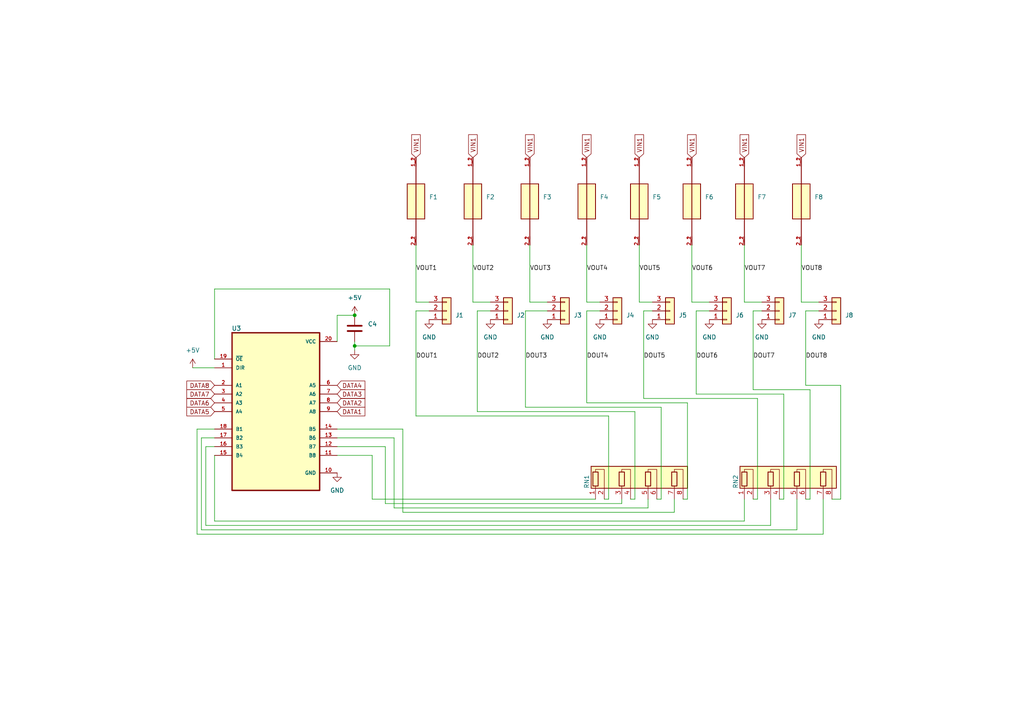
<source format=kicad_sch>
(kicad_sch (version 20211123) (generator eeschema)

  (uuid 39e1ab2a-e7de-4674-860a-f1e921ad258c)

  (paper "A4")

  (lib_symbols
    (symbol "3544-2:3544-2" (pin_names (offset 1.016) hide) (in_bom yes) (on_board yes)
      (property "Reference" "F" (id 0) (at -5.08 3.302 0)
        (effects (font (size 1.27 1.27)) (justify left bottom))
      )
      (property "Value" "3544-2" (id 1) (at -5.08 -5.08 0)
        (effects (font (size 1.27 1.27)) (justify left bottom))
      )
      (property "Footprint" "FUSE_3544-2" (id 2) (at 0 0 0)
        (effects (font (size 1.27 1.27)) (justify left bottom) hide)
      )
      (property "Datasheet" "" (id 3) (at 0 0 0)
        (effects (font (size 1.27 1.27)) (justify left bottom) hide)
      )
      (property "STANDARD" "Manufacturer Recommendation" (id 4) (at 0 0 0)
        (effects (font (size 1.27 1.27)) (justify left bottom) hide)
      )
      (property "MANUFACTURER" "Keystone" (id 5) (at 0 0 0)
        (effects (font (size 1.27 1.27)) (justify left bottom) hide)
      )
      (property "ki_locked" "" (id 6) (at 0 0 0)
        (effects (font (size 1.27 1.27)))
      )
      (symbol "3544-2_0_0"
        (rectangle (start -5.08 -2.54) (end 5.08 2.54)
          (stroke (width 0.254) (type default) (color 0 0 0 0))
          (fill (type background))
        )
        (polyline
          (pts
            (xy -12.7 0)
            (xy 12.7 0)
          )
          (stroke (width 0.254) (type default) (color 0 0 0 0))
          (fill (type none))
        )
        (pin passive line (at -12.7 0 0) (length 2.54)
          (name "~" (effects (font (size 1.016 1.016))))
          (number "1_1" (effects (font (size 1.016 1.016))))
        )
        (pin passive line (at -12.7 0 0) (length 2.54)
          (name "~" (effects (font (size 1.016 1.016))))
          (number "1_2" (effects (font (size 1.016 1.016))))
        )
        (pin passive line (at 12.7 0 180) (length 2.54)
          (name "~" (effects (font (size 1.016 1.016))))
          (number "2_1" (effects (font (size 1.016 1.016))))
        )
        (pin passive line (at 12.7 0 180) (length 2.54)
          (name "~" (effects (font (size 1.016 1.016))))
          (number "2_2" (effects (font (size 1.016 1.016))))
        )
      )
    )
    (symbol "Connector_Generic:Conn_01x03" (pin_names (offset 1.016) hide) (in_bom yes) (on_board yes)
      (property "Reference" "J" (id 0) (at 0 5.08 0)
        (effects (font (size 1.27 1.27)))
      )
      (property "Value" "Conn_01x03" (id 1) (at 0 -5.08 0)
        (effects (font (size 1.27 1.27)))
      )
      (property "Footprint" "" (id 2) (at 0 0 0)
        (effects (font (size 1.27 1.27)) hide)
      )
      (property "Datasheet" "~" (id 3) (at 0 0 0)
        (effects (font (size 1.27 1.27)) hide)
      )
      (property "ki_keywords" "connector" (id 4) (at 0 0 0)
        (effects (font (size 1.27 1.27)) hide)
      )
      (property "ki_description" "Generic connector, single row, 01x03, script generated (kicad-library-utils/schlib/autogen/connector/)" (id 5) (at 0 0 0)
        (effects (font (size 1.27 1.27)) hide)
      )
      (property "ki_fp_filters" "Connector*:*_1x??_*" (id 6) (at 0 0 0)
        (effects (font (size 1.27 1.27)) hide)
      )
      (symbol "Conn_01x03_1_1"
        (rectangle (start -1.27 -2.413) (end 0 -2.667)
          (stroke (width 0.1524) (type default) (color 0 0 0 0))
          (fill (type none))
        )
        (rectangle (start -1.27 0.127) (end 0 -0.127)
          (stroke (width 0.1524) (type default) (color 0 0 0 0))
          (fill (type none))
        )
        (rectangle (start -1.27 2.667) (end 0 2.413)
          (stroke (width 0.1524) (type default) (color 0 0 0 0))
          (fill (type none))
        )
        (rectangle (start -1.27 3.81) (end 1.27 -3.81)
          (stroke (width 0.254) (type default) (color 0 0 0 0))
          (fill (type background))
        )
        (pin passive line (at -5.08 2.54 0) (length 3.81)
          (name "Pin_1" (effects (font (size 1.27 1.27))))
          (number "1" (effects (font (size 1.27 1.27))))
        )
        (pin passive line (at -5.08 0 0) (length 3.81)
          (name "Pin_2" (effects (font (size 1.27 1.27))))
          (number "2" (effects (font (size 1.27 1.27))))
        )
        (pin passive line (at -5.08 -2.54 0) (length 3.81)
          (name "Pin_3" (effects (font (size 1.27 1.27))))
          (number "3" (effects (font (size 1.27 1.27))))
        )
      )
    )
    (symbol "Device:C" (pin_numbers hide) (pin_names (offset 0.254)) (in_bom yes) (on_board yes)
      (property "Reference" "C" (id 0) (at 0.635 2.54 0)
        (effects (font (size 1.27 1.27)) (justify left))
      )
      (property "Value" "C" (id 1) (at 0.635 -2.54 0)
        (effects (font (size 1.27 1.27)) (justify left))
      )
      (property "Footprint" "" (id 2) (at 0.9652 -3.81 0)
        (effects (font (size 1.27 1.27)) hide)
      )
      (property "Datasheet" "~" (id 3) (at 0 0 0)
        (effects (font (size 1.27 1.27)) hide)
      )
      (property "ki_keywords" "cap capacitor" (id 4) (at 0 0 0)
        (effects (font (size 1.27 1.27)) hide)
      )
      (property "ki_description" "Unpolarized capacitor" (id 5) (at 0 0 0)
        (effects (font (size 1.27 1.27)) hide)
      )
      (property "ki_fp_filters" "C_*" (id 6) (at 0 0 0)
        (effects (font (size 1.27 1.27)) hide)
      )
      (symbol "C_0_1"
        (polyline
          (pts
            (xy -2.032 -0.762)
            (xy 2.032 -0.762)
          )
          (stroke (width 0.508) (type default) (color 0 0 0 0))
          (fill (type none))
        )
        (polyline
          (pts
            (xy -2.032 0.762)
            (xy 2.032 0.762)
          )
          (stroke (width 0.508) (type default) (color 0 0 0 0))
          (fill (type none))
        )
      )
      (symbol "C_1_1"
        (pin passive line (at 0 3.81 270) (length 2.794)
          (name "~" (effects (font (size 1.27 1.27))))
          (number "1" (effects (font (size 1.27 1.27))))
        )
        (pin passive line (at 0 -3.81 90) (length 2.794)
          (name "~" (effects (font (size 1.27 1.27))))
          (number "2" (effects (font (size 1.27 1.27))))
        )
      )
    )
    (symbol "Device:R_Pack04_SIP" (pin_names (offset 0) hide) (in_bom yes) (on_board yes)
      (property "Reference" "RN" (id 0) (at -15.24 0 90)
        (effects (font (size 1.27 1.27)))
      )
      (property "Value" "R_Pack04_SIP" (id 1) (at 15.24 0 90)
        (effects (font (size 1.27 1.27)))
      )
      (property "Footprint" "Resistor_THT:R_Array_SIP8" (id 2) (at 17.145 0 90)
        (effects (font (size 1.27 1.27)) hide)
      )
      (property "Datasheet" "http://www.vishay.com/docs/31509/csc.pdf" (id 3) (at 0 0 0)
        (effects (font (size 1.27 1.27)) hide)
      )
      (property "ki_keywords" "R network parallel topology isolated" (id 4) (at 0 0 0)
        (effects (font (size 1.27 1.27)) hide)
      )
      (property "ki_description" "4 resistor network, parallel topology, SIP package" (id 5) (at 0 0 0)
        (effects (font (size 1.27 1.27)) hide)
      )
      (property "ki_fp_filters" "R?Array?SIP*" (id 6) (at 0 0 0)
        (effects (font (size 1.27 1.27)) hide)
      )
      (symbol "R_Pack04_SIP_0_1"
        (rectangle (start -13.97 -1.905) (end 13.97 4.445)
          (stroke (width 0.254) (type default) (color 0 0 0 0))
          (fill (type background))
        )
        (rectangle (start -13.462 2.794) (end -11.938 -1.27)
          (stroke (width 0.254) (type default) (color 0 0 0 0))
          (fill (type none))
        )
        (rectangle (start -5.842 2.794) (end -4.318 -1.27)
          (stroke (width 0.254) (type default) (color 0 0 0 0))
          (fill (type none))
        )
        (polyline
          (pts
            (xy -12.7 2.794)
            (xy -12.7 3.556)
            (xy -10.16 3.556)
            (xy -10.16 -1.27)
          )
          (stroke (width 0) (type default) (color 0 0 0 0))
          (fill (type none))
        )
        (polyline
          (pts
            (xy -5.08 2.794)
            (xy -5.08 3.556)
            (xy -2.54 3.556)
            (xy -2.54 -1.27)
          )
          (stroke (width 0) (type default) (color 0 0 0 0))
          (fill (type none))
        )
        (polyline
          (pts
            (xy 2.54 2.794)
            (xy 2.54 3.556)
            (xy 5.08 3.556)
            (xy 5.08 -1.27)
          )
          (stroke (width 0) (type default) (color 0 0 0 0))
          (fill (type none))
        )
        (polyline
          (pts
            (xy 10.16 2.794)
            (xy 10.16 3.556)
            (xy 12.7 3.556)
            (xy 12.7 -1.27)
          )
          (stroke (width 0) (type default) (color 0 0 0 0))
          (fill (type none))
        )
        (rectangle (start 1.778 2.794) (end 3.302 -1.27)
          (stroke (width 0.254) (type default) (color 0 0 0 0))
          (fill (type none))
        )
        (rectangle (start 9.398 2.794) (end 10.922 -1.27)
          (stroke (width 0.254) (type default) (color 0 0 0 0))
          (fill (type none))
        )
      )
      (symbol "R_Pack04_SIP_1_1"
        (pin passive line (at -12.7 -5.08 90) (length 3.81)
          (name "R1.1" (effects (font (size 1.27 1.27))))
          (number "1" (effects (font (size 1.27 1.27))))
        )
        (pin passive line (at -10.16 -5.08 90) (length 3.81)
          (name "R1.2" (effects (font (size 1.27 1.27))))
          (number "2" (effects (font (size 1.27 1.27))))
        )
        (pin passive line (at -5.08 -5.08 90) (length 3.81)
          (name "R2.1" (effects (font (size 1.27 1.27))))
          (number "3" (effects (font (size 1.27 1.27))))
        )
        (pin passive line (at -2.54 -5.08 90) (length 3.81)
          (name "R2.2" (effects (font (size 1.27 1.27))))
          (number "4" (effects (font (size 1.27 1.27))))
        )
        (pin passive line (at 2.54 -5.08 90) (length 3.81)
          (name "R3.1" (effects (font (size 1.27 1.27))))
          (number "5" (effects (font (size 1.27 1.27))))
        )
        (pin passive line (at 5.08 -5.08 90) (length 3.81)
          (name "R3.2" (effects (font (size 1.27 1.27))))
          (number "6" (effects (font (size 1.27 1.27))))
        )
        (pin passive line (at 10.16 -5.08 90) (length 3.81)
          (name "R4.1" (effects (font (size 1.27 1.27))))
          (number "7" (effects (font (size 1.27 1.27))))
        )
        (pin passive line (at 12.7 -5.08 90) (length 3.81)
          (name "R4.2" (effects (font (size 1.27 1.27))))
          (number "8" (effects (font (size 1.27 1.27))))
        )
      )
    )
    (symbol "SN74HCT245PW:SN74HCT245PW" (pin_names (offset 1.016)) (in_bom yes) (on_board yes)
      (property "Reference" "U" (id 0) (at -12.7 23.8506 0)
        (effects (font (size 1.27 1.27)) (justify left bottom))
      )
      (property "Value" "SN74HCT245PW" (id 1) (at -12.7 -26.8478 0)
        (effects (font (size 1.27 1.27)) (justify left bottom))
      )
      (property "Footprint" "SOP65P640X120-20N" (id 2) (at 0 0 0)
        (effects (font (size 1.27 1.27)) (justify left bottom) hide)
      )
      (property "Datasheet" "" (id 3) (at 0 0 0)
        (effects (font (size 1.27 1.27)) (justify left bottom) hide)
      )
      (property "ki_locked" "" (id 4) (at 0 0 0)
        (effects (font (size 1.27 1.27)))
      )
      (symbol "SN74HCT245PW_0_0"
        (rectangle (start -12.7 -22.86) (end 12.7 22.86)
          (stroke (width 0.4064) (type default) (color 0 0 0 0))
          (fill (type background))
        )
        (pin input line (at -17.78 12.7 0) (length 5.08)
          (name "DIR" (effects (font (size 1.016 1.016))))
          (number "1" (effects (font (size 1.016 1.016))))
        )
        (pin power_in line (at 17.78 -17.78 180) (length 5.08)
          (name "GND" (effects (font (size 1.016 1.016))))
          (number "10" (effects (font (size 1.016 1.016))))
        )
        (pin bidirectional line (at 17.78 -12.7 180) (length 5.08)
          (name "B8" (effects (font (size 1.016 1.016))))
          (number "11" (effects (font (size 1.016 1.016))))
        )
        (pin bidirectional line (at 17.78 -10.16 180) (length 5.08)
          (name "B7" (effects (font (size 1.016 1.016))))
          (number "12" (effects (font (size 1.016 1.016))))
        )
        (pin bidirectional line (at 17.78 -7.62 180) (length 5.08)
          (name "B6" (effects (font (size 1.016 1.016))))
          (number "13" (effects (font (size 1.016 1.016))))
        )
        (pin bidirectional line (at 17.78 -5.08 180) (length 5.08)
          (name "B5" (effects (font (size 1.016 1.016))))
          (number "14" (effects (font (size 1.016 1.016))))
        )
        (pin bidirectional line (at -17.78 -12.7 0) (length 5.08)
          (name "B4" (effects (font (size 1.016 1.016))))
          (number "15" (effects (font (size 1.016 1.016))))
        )
        (pin bidirectional line (at -17.78 -10.16 0) (length 5.08)
          (name "B3" (effects (font (size 1.016 1.016))))
          (number "16" (effects (font (size 1.016 1.016))))
        )
        (pin bidirectional line (at -17.78 -7.62 0) (length 5.08)
          (name "B2" (effects (font (size 1.016 1.016))))
          (number "17" (effects (font (size 1.016 1.016))))
        )
        (pin bidirectional line (at -17.78 -5.08 0) (length 5.08)
          (name "B1" (effects (font (size 1.016 1.016))))
          (number "18" (effects (font (size 1.016 1.016))))
        )
        (pin input line (at -17.78 15.24 0) (length 5.08)
          (name "~{OE}" (effects (font (size 1.016 1.016))))
          (number "19" (effects (font (size 1.016 1.016))))
        )
        (pin bidirectional line (at -17.78 7.62 0) (length 5.08)
          (name "A1" (effects (font (size 1.016 1.016))))
          (number "2" (effects (font (size 1.016 1.016))))
        )
        (pin power_in line (at 17.78 20.32 180) (length 5.08)
          (name "VCC" (effects (font (size 1.016 1.016))))
          (number "20" (effects (font (size 1.016 1.016))))
        )
        (pin bidirectional line (at -17.78 5.08 0) (length 5.08)
          (name "A2" (effects (font (size 1.016 1.016))))
          (number "3" (effects (font (size 1.016 1.016))))
        )
        (pin bidirectional line (at -17.78 2.54 0) (length 5.08)
          (name "A3" (effects (font (size 1.016 1.016))))
          (number "4" (effects (font (size 1.016 1.016))))
        )
        (pin bidirectional line (at -17.78 0 0) (length 5.08)
          (name "A4" (effects (font (size 1.016 1.016))))
          (number "5" (effects (font (size 1.016 1.016))))
        )
        (pin bidirectional line (at 17.78 7.62 180) (length 5.08)
          (name "A5" (effects (font (size 1.016 1.016))))
          (number "6" (effects (font (size 1.016 1.016))))
        )
        (pin bidirectional line (at 17.78 5.08 180) (length 5.08)
          (name "A6" (effects (font (size 1.016 1.016))))
          (number "7" (effects (font (size 1.016 1.016))))
        )
        (pin bidirectional line (at 17.78 2.54 180) (length 5.08)
          (name "A7" (effects (font (size 1.016 1.016))))
          (number "8" (effects (font (size 1.016 1.016))))
        )
        (pin bidirectional line (at 17.78 0 180) (length 5.08)
          (name "A8" (effects (font (size 1.016 1.016))))
          (number "9" (effects (font (size 1.016 1.016))))
        )
      )
    )
    (symbol "power:+5V" (power) (pin_names (offset 0)) (in_bom yes) (on_board yes)
      (property "Reference" "#PWR" (id 0) (at 0 -3.81 0)
        (effects (font (size 1.27 1.27)) hide)
      )
      (property "Value" "+5V" (id 1) (at 0 3.556 0)
        (effects (font (size 1.27 1.27)))
      )
      (property "Footprint" "" (id 2) (at 0 0 0)
        (effects (font (size 1.27 1.27)) hide)
      )
      (property "Datasheet" "" (id 3) (at 0 0 0)
        (effects (font (size 1.27 1.27)) hide)
      )
      (property "ki_keywords" "power-flag" (id 4) (at 0 0 0)
        (effects (font (size 1.27 1.27)) hide)
      )
      (property "ki_description" "Power symbol creates a global label with name \"+5V\"" (id 5) (at 0 0 0)
        (effects (font (size 1.27 1.27)) hide)
      )
      (symbol "+5V_0_1"
        (polyline
          (pts
            (xy -0.762 1.27)
            (xy 0 2.54)
          )
          (stroke (width 0) (type default) (color 0 0 0 0))
          (fill (type none))
        )
        (polyline
          (pts
            (xy 0 0)
            (xy 0 2.54)
          )
          (stroke (width 0) (type default) (color 0 0 0 0))
          (fill (type none))
        )
        (polyline
          (pts
            (xy 0 2.54)
            (xy 0.762 1.27)
          )
          (stroke (width 0) (type default) (color 0 0 0 0))
          (fill (type none))
        )
      )
      (symbol "+5V_1_1"
        (pin power_in line (at 0 0 90) (length 0) hide
          (name "+5V" (effects (font (size 1.27 1.27))))
          (number "1" (effects (font (size 1.27 1.27))))
        )
      )
    )
    (symbol "power:GND" (power) (pin_names (offset 0)) (in_bom yes) (on_board yes)
      (property "Reference" "#PWR" (id 0) (at 0 -6.35 0)
        (effects (font (size 1.27 1.27)) hide)
      )
      (property "Value" "GND" (id 1) (at 0 -3.81 0)
        (effects (font (size 1.27 1.27)))
      )
      (property "Footprint" "" (id 2) (at 0 0 0)
        (effects (font (size 1.27 1.27)) hide)
      )
      (property "Datasheet" "" (id 3) (at 0 0 0)
        (effects (font (size 1.27 1.27)) hide)
      )
      (property "ki_keywords" "power-flag" (id 4) (at 0 0 0)
        (effects (font (size 1.27 1.27)) hide)
      )
      (property "ki_description" "Power symbol creates a global label with name \"GND\" , ground" (id 5) (at 0 0 0)
        (effects (font (size 1.27 1.27)) hide)
      )
      (symbol "GND_0_1"
        (polyline
          (pts
            (xy 0 0)
            (xy 0 -1.27)
            (xy 1.27 -1.27)
            (xy 0 -2.54)
            (xy -1.27 -1.27)
            (xy 0 -1.27)
          )
          (stroke (width 0) (type default) (color 0 0 0 0))
          (fill (type none))
        )
      )
      (symbol "GND_1_1"
        (pin power_in line (at 0 0 270) (length 0) hide
          (name "GND" (effects (font (size 1.27 1.27))))
          (number "1" (effects (font (size 1.27 1.27))))
        )
      )
    )
  )

  (junction (at 102.87 91.44) (diameter 0) (color 0 0 0 0)
    (uuid 31d2e67d-716b-49c8-a935-c5157009eacc)
  )
  (junction (at 102.87 100.33) (diameter 0) (color 0 0 0 0)
    (uuid fbe4d9b6-e8a0-4548-8ae6-925477230de4)
  )

  (wire (pts (xy 173.99 87.63) (xy 170.18 87.63))
    (stroke (width 0) (type default) (color 0 0 0 0))
    (uuid 03408d19-1838-4cf8-8115-6d732227c9fe)
  )
  (wire (pts (xy 97.79 91.44) (xy 102.87 91.44))
    (stroke (width 0) (type default) (color 0 0 0 0))
    (uuid 0406531a-739e-47e4-9c51-9e1fa4d48783)
  )
  (wire (pts (xy 58.42 127) (xy 58.42 153.67))
    (stroke (width 0) (type default) (color 0 0 0 0))
    (uuid 04a5aac8-1112-4901-a179-bdd873a14cdf)
  )
  (wire (pts (xy 158.75 87.63) (xy 153.67 87.63))
    (stroke (width 0) (type default) (color 0 0 0 0))
    (uuid 04feb758-0a12-4653-9be3-f08860fed670)
  )
  (wire (pts (xy 227.33 114.3) (xy 227.33 144.78))
    (stroke (width 0) (type default) (color 0 0 0 0))
    (uuid 0a47f7a7-8cc8-4949-ac24-201f9cdd4a70)
  )
  (wire (pts (xy 201.93 114.3) (xy 227.33 114.3))
    (stroke (width 0) (type default) (color 0 0 0 0))
    (uuid 0ef0d206-5351-4692-a0bf-d68cf669c36f)
  )
  (wire (pts (xy 170.18 90.17) (xy 170.18 116.84))
    (stroke (width 0) (type default) (color 0 0 0 0))
    (uuid 11a1c46c-0b5b-4b2a-8c81-7041272ca509)
  )
  (wire (pts (xy 59.69 129.54) (xy 59.69 152.4))
    (stroke (width 0) (type default) (color 0 0 0 0))
    (uuid 12d0a8ff-a925-4b47-9331-f7a7f09e45bb)
  )
  (wire (pts (xy 102.87 100.33) (xy 102.87 99.06))
    (stroke (width 0) (type default) (color 0 0 0 0))
    (uuid 12e656fc-6421-4bd3-9982-66007c080421)
  )
  (wire (pts (xy 97.79 129.54) (xy 111.76 129.54))
    (stroke (width 0) (type default) (color 0 0 0 0))
    (uuid 13369876-4d9d-4d99-85a1-06718375ca94)
  )
  (wire (pts (xy 189.23 90.17) (xy 186.69 90.17))
    (stroke (width 0) (type default) (color 0 0 0 0))
    (uuid 1742c193-6bd8-44bb-960f-11f4b04fb4cf)
  )
  (wire (pts (xy 186.69 90.17) (xy 186.69 115.57))
    (stroke (width 0) (type default) (color 0 0 0 0))
    (uuid 1939ff44-ddcc-4e24-82f6-df2676c45d65)
  )
  (wire (pts (xy 55.88 106.68) (xy 62.23 106.68))
    (stroke (width 0) (type default) (color 0 0 0 0))
    (uuid 22866f59-f6b9-4f85-a533-39a6b874ac40)
  )
  (wire (pts (xy 138.43 90.17) (xy 138.43 119.38))
    (stroke (width 0) (type default) (color 0 0 0 0))
    (uuid 22d913fb-2987-4385-97e3-c2e39a61885b)
  )
  (wire (pts (xy 215.9 71.12) (xy 215.9 87.63))
    (stroke (width 0) (type default) (color 0 0 0 0))
    (uuid 25ebaac7-206f-464a-8d38-2a40c3b87847)
  )
  (wire (pts (xy 173.99 90.17) (xy 170.18 90.17))
    (stroke (width 0) (type default) (color 0 0 0 0))
    (uuid 3076eb1e-5b39-4823-942c-72df55623a82)
  )
  (wire (pts (xy 231.14 153.67) (xy 231.14 144.78))
    (stroke (width 0) (type default) (color 0 0 0 0))
    (uuid 30e8758a-b5de-48f8-8984-eb4b7e77dccd)
  )
  (wire (pts (xy 114.3 147.32) (xy 187.96 147.32))
    (stroke (width 0) (type default) (color 0 0 0 0))
    (uuid 319677a3-675d-4ae0-ae32-06288628c5e2)
  )
  (wire (pts (xy 97.79 99.06) (xy 97.79 91.44))
    (stroke (width 0) (type default) (color 0 0 0 0))
    (uuid 364601d5-26c0-4a5e-9d62-421114a6a3e7)
  )
  (wire (pts (xy 62.23 151.13) (xy 215.9 151.13))
    (stroke (width 0) (type default) (color 0 0 0 0))
    (uuid 39dcfd2a-4b4b-4312-a2cc-d63a4a8b3dbf)
  )
  (wire (pts (xy 191.77 144.78) (xy 190.5 144.78))
    (stroke (width 0) (type default) (color 0 0 0 0))
    (uuid 3ac9ffc1-d410-42a4-ad06-41a71df69089)
  )
  (wire (pts (xy 189.23 87.63) (xy 185.42 87.63))
    (stroke (width 0) (type default) (color 0 0 0 0))
    (uuid 3c492086-0c72-41b6-b5a2-af3c0fa8f4ea)
  )
  (wire (pts (xy 62.23 132.08) (xy 62.23 151.13))
    (stroke (width 0) (type default) (color 0 0 0 0))
    (uuid 41517b04-0809-499d-8e4c-2be01764633f)
  )
  (wire (pts (xy 120.65 120.65) (xy 176.53 120.65))
    (stroke (width 0) (type default) (color 0 0 0 0))
    (uuid 425f99c4-37bd-4d25-9e4f-5f48bafbcd03)
  )
  (wire (pts (xy 59.69 152.4) (xy 223.52 152.4))
    (stroke (width 0) (type default) (color 0 0 0 0))
    (uuid 43311f7a-7383-483c-ae67-ef2de4452a07)
  )
  (wire (pts (xy 142.24 90.17) (xy 138.43 90.17))
    (stroke (width 0) (type default) (color 0 0 0 0))
    (uuid 4950be50-517f-4f43-9220-4967667f3966)
  )
  (wire (pts (xy 233.68 111.76) (xy 243.84 111.76))
    (stroke (width 0) (type default) (color 0 0 0 0))
    (uuid 4a63397d-82e7-4152-a7a2-bd31ae85e5b0)
  )
  (wire (pts (xy 137.16 71.12) (xy 137.16 87.63))
    (stroke (width 0) (type default) (color 0 0 0 0))
    (uuid 4cd51a4d-63a5-4018-8b24-4dd3ddddd818)
  )
  (wire (pts (xy 120.65 71.12) (xy 120.65 87.63))
    (stroke (width 0) (type default) (color 0 0 0 0))
    (uuid 581202f9-0d0f-4419-bd7d-2f06184580ef)
  )
  (wire (pts (xy 152.4 118.11) (xy 191.77 118.11))
    (stroke (width 0) (type default) (color 0 0 0 0))
    (uuid 5820526d-d547-44bf-a608-d73f65f00dba)
  )
  (wire (pts (xy 243.84 144.78) (xy 241.3 144.78))
    (stroke (width 0) (type default) (color 0 0 0 0))
    (uuid 58d14006-8db5-4f24-90e8-25d17d86f729)
  )
  (wire (pts (xy 184.15 119.38) (xy 184.15 144.78))
    (stroke (width 0) (type default) (color 0 0 0 0))
    (uuid 5a9caa5a-65af-4f2d-9c1d-d37ed43a818e)
  )
  (wire (pts (xy 205.74 90.17) (xy 201.93 90.17))
    (stroke (width 0) (type default) (color 0 0 0 0))
    (uuid 5c24f07a-2ebd-4bd3-87a0-316d3ffea58e)
  )
  (wire (pts (xy 97.79 127) (xy 114.3 127))
    (stroke (width 0) (type default) (color 0 0 0 0))
    (uuid 60362938-91c0-4285-8864-cfed6ffd0534)
  )
  (wire (pts (xy 120.65 90.17) (xy 120.65 120.65))
    (stroke (width 0) (type default) (color 0 0 0 0))
    (uuid 6065a193-b84a-46e5-a401-ab55e52e1254)
  )
  (wire (pts (xy 170.18 71.12) (xy 170.18 87.63))
    (stroke (width 0) (type default) (color 0 0 0 0))
    (uuid 680f8530-6486-45ea-bbe3-ca54c7cf6168)
  )
  (wire (pts (xy 142.24 87.63) (xy 137.16 87.63))
    (stroke (width 0) (type default) (color 0 0 0 0))
    (uuid 6d51e378-9916-40cd-805e-abf1423d1588)
  )
  (wire (pts (xy 152.4 90.17) (xy 158.75 90.17))
    (stroke (width 0) (type default) (color 0 0 0 0))
    (uuid 70172fb8-d037-4346-8c9e-8bd42a725c49)
  )
  (wire (pts (xy 186.69 115.57) (xy 219.71 115.57))
    (stroke (width 0) (type default) (color 0 0 0 0))
    (uuid 729b7855-75da-4066-aa35-a0f59d7b6d41)
  )
  (wire (pts (xy 199.39 116.84) (xy 199.39 144.78))
    (stroke (width 0) (type default) (color 0 0 0 0))
    (uuid 733bcfa9-848c-41d5-9d6c-9fcadbc0c153)
  )
  (wire (pts (xy 111.76 129.54) (xy 111.76 146.05))
    (stroke (width 0) (type default) (color 0 0 0 0))
    (uuid 74a45de6-b07b-4dda-af13-68608c70a8e8)
  )
  (wire (pts (xy 233.68 90.17) (xy 233.68 111.76))
    (stroke (width 0) (type default) (color 0 0 0 0))
    (uuid 7d1c2069-e5c0-4402-ac0d-8aa42209708a)
  )
  (wire (pts (xy 234.95 144.78) (xy 233.68 144.78))
    (stroke (width 0) (type default) (color 0 0 0 0))
    (uuid 7d3c9fae-1275-4bf2-aa05-48ea138c3f24)
  )
  (wire (pts (xy 153.67 71.12) (xy 153.67 87.63))
    (stroke (width 0) (type default) (color 0 0 0 0))
    (uuid 7e0f0018-e8a9-4668-879b-aa1cc858e50c)
  )
  (wire (pts (xy 201.93 90.17) (xy 201.93 114.3))
    (stroke (width 0) (type default) (color 0 0 0 0))
    (uuid 80eb298b-da15-4de6-b060-82720c587c68)
  )
  (wire (pts (xy 219.71 144.78) (xy 218.44 144.78))
    (stroke (width 0) (type default) (color 0 0 0 0))
    (uuid 83b9e010-60e7-4eef-9c5c-cd3de9a42a22)
  )
  (wire (pts (xy 218.44 90.17) (xy 218.44 113.03))
    (stroke (width 0) (type default) (color 0 0 0 0))
    (uuid 8489d402-ae0c-456c-a7e9-1e57ff4a7859)
  )
  (wire (pts (xy 180.34 146.05) (xy 180.34 144.78))
    (stroke (width 0) (type default) (color 0 0 0 0))
    (uuid 87a96cf7-674a-46c6-9291-e2e7321f3b85)
  )
  (wire (pts (xy 237.49 90.17) (xy 233.68 90.17))
    (stroke (width 0) (type default) (color 0 0 0 0))
    (uuid 87cca9b5-720d-4917-adb9-ea1fa8c1c887)
  )
  (wire (pts (xy 237.49 87.63) (xy 232.41 87.63))
    (stroke (width 0) (type default) (color 0 0 0 0))
    (uuid 8af18f43-9d3a-46ae-a39c-7f4ae3f441c5)
  )
  (wire (pts (xy 199.39 144.78) (xy 198.12 144.78))
    (stroke (width 0) (type default) (color 0 0 0 0))
    (uuid 8e5255ad-d33d-4575-ae65-07af122c64ea)
  )
  (wire (pts (xy 107.95 144.78) (xy 107.95 132.08))
    (stroke (width 0) (type default) (color 0 0 0 0))
    (uuid 8ecd6582-ecd0-4473-9187-ed7357e83aa8)
  )
  (wire (pts (xy 200.66 71.12) (xy 200.66 87.63))
    (stroke (width 0) (type default) (color 0 0 0 0))
    (uuid 918bb271-a952-45a1-81dc-946812fe1d03)
  )
  (wire (pts (xy 176.53 120.65) (xy 176.53 144.78))
    (stroke (width 0) (type default) (color 0 0 0 0))
    (uuid 946b30bd-286f-43f6-b012-11fa6e800880)
  )
  (wire (pts (xy 116.84 148.59) (xy 195.58 148.59))
    (stroke (width 0) (type default) (color 0 0 0 0))
    (uuid 95982f93-4674-4f12-b085-93726c8111d9)
  )
  (wire (pts (xy 62.23 124.46) (xy 57.15 124.46))
    (stroke (width 0) (type default) (color 0 0 0 0))
    (uuid 994cfe61-c592-4eac-a6d0-44ea006ef8c9)
  )
  (wire (pts (xy 113.03 100.33) (xy 102.87 100.33))
    (stroke (width 0) (type default) (color 0 0 0 0))
    (uuid 9d97316b-24ea-4972-bf64-65d266174358)
  )
  (wire (pts (xy 176.53 144.78) (xy 175.26 144.78))
    (stroke (width 0) (type default) (color 0 0 0 0))
    (uuid 9fec3716-e99b-4301-8c99-3608bcc9826a)
  )
  (wire (pts (xy 223.52 152.4) (xy 223.52 144.78))
    (stroke (width 0) (type default) (color 0 0 0 0))
    (uuid a066306f-902f-44f9-abe0-a8dd1ad8facb)
  )
  (wire (pts (xy 124.46 90.17) (xy 120.65 90.17))
    (stroke (width 0) (type default) (color 0 0 0 0))
    (uuid a1f3df53-5e0d-4aea-bda9-0a0e104f176c)
  )
  (wire (pts (xy 187.96 147.32) (xy 187.96 144.78))
    (stroke (width 0) (type default) (color 0 0 0 0))
    (uuid a3796c42-c904-4ce4-8c3e-68d1f10eb3e6)
  )
  (wire (pts (xy 205.74 87.63) (xy 200.66 87.63))
    (stroke (width 0) (type default) (color 0 0 0 0))
    (uuid a3de02e2-4c87-40e5-a1f8-c3a6a9a0f4cf)
  )
  (wire (pts (xy 62.23 129.54) (xy 59.69 129.54))
    (stroke (width 0) (type default) (color 0 0 0 0))
    (uuid aa2ac28d-003c-48fd-acd1-496425f21c44)
  )
  (wire (pts (xy 185.42 71.12) (xy 185.42 87.63))
    (stroke (width 0) (type default) (color 0 0 0 0))
    (uuid b08f4d5a-8392-4fef-8edd-d3e2aa7bc349)
  )
  (wire (pts (xy 152.4 90.17) (xy 152.4 118.11))
    (stroke (width 0) (type default) (color 0 0 0 0))
    (uuid b32e8639-fd91-468b-8f85-258905590399)
  )
  (wire (pts (xy 62.23 104.14) (xy 62.23 83.82))
    (stroke (width 0) (type default) (color 0 0 0 0))
    (uuid b3b924c6-31cb-4e7b-932a-0ac4b4924416)
  )
  (wire (pts (xy 238.76 154.94) (xy 238.76 144.78))
    (stroke (width 0) (type default) (color 0 0 0 0))
    (uuid b6beb4f3-ea81-43aa-b3fb-82a0b6af1aea)
  )
  (wire (pts (xy 57.15 124.46) (xy 57.15 154.94))
    (stroke (width 0) (type default) (color 0 0 0 0))
    (uuid b949797e-33ae-4efd-9137-65f1a99ce48d)
  )
  (wire (pts (xy 218.44 113.03) (xy 234.95 113.03))
    (stroke (width 0) (type default) (color 0 0 0 0))
    (uuid ba364ec4-9d72-4dbb-9866-1a33511db9ce)
  )
  (wire (pts (xy 195.58 148.59) (xy 195.58 144.78))
    (stroke (width 0) (type default) (color 0 0 0 0))
    (uuid bd4f0fa6-09bc-426b-a8cf-e81ccf722558)
  )
  (wire (pts (xy 111.76 146.05) (xy 180.34 146.05))
    (stroke (width 0) (type default) (color 0 0 0 0))
    (uuid c3aad298-2a60-4727-903e-c5051401874d)
  )
  (wire (pts (xy 120.65 87.63) (xy 124.46 87.63))
    (stroke (width 0) (type default) (color 0 0 0 0))
    (uuid c474fb8d-bf85-42c0-8811-9e9482587d9a)
  )
  (wire (pts (xy 243.84 111.76) (xy 243.84 144.78))
    (stroke (width 0) (type default) (color 0 0 0 0))
    (uuid c4bc1496-8e27-4b37-86bd-37d734c3b1f4)
  )
  (wire (pts (xy 220.98 87.63) (xy 215.9 87.63))
    (stroke (width 0) (type default) (color 0 0 0 0))
    (uuid c5b1e06b-7824-4324-b36b-6051908e0338)
  )
  (wire (pts (xy 97.79 132.08) (xy 107.95 132.08))
    (stroke (width 0) (type default) (color 0 0 0 0))
    (uuid caad1ff8-2025-4ce6-a27e-a3c396d1eaa7)
  )
  (wire (pts (xy 58.42 153.67) (xy 231.14 153.67))
    (stroke (width 0) (type default) (color 0 0 0 0))
    (uuid ce9cbc84-bed1-4826-b94f-22b9061d9fa8)
  )
  (wire (pts (xy 232.41 71.12) (xy 232.41 87.63))
    (stroke (width 0) (type default) (color 0 0 0 0))
    (uuid d4dd1de9-bac6-4357-b72d-a05062fab37c)
  )
  (wire (pts (xy 138.43 119.38) (xy 184.15 119.38))
    (stroke (width 0) (type default) (color 0 0 0 0))
    (uuid d5ff9ed6-46af-4756-95ae-55f8613f9b3c)
  )
  (wire (pts (xy 227.33 144.78) (xy 226.06 144.78))
    (stroke (width 0) (type default) (color 0 0 0 0))
    (uuid d618675c-5d8b-4caf-9c07-ef774e74d361)
  )
  (wire (pts (xy 62.23 83.82) (xy 113.03 83.82))
    (stroke (width 0) (type default) (color 0 0 0 0))
    (uuid dbe7f5a7-f81e-4b93-be72-7612a49a5c0b)
  )
  (wire (pts (xy 170.18 116.84) (xy 199.39 116.84))
    (stroke (width 0) (type default) (color 0 0 0 0))
    (uuid dbf9598d-385c-4d3a-b9b4-be3ff4af46f0)
  )
  (wire (pts (xy 102.87 101.6) (xy 102.87 100.33))
    (stroke (width 0) (type default) (color 0 0 0 0))
    (uuid de945231-52a1-4e96-ae64-7bc785cbf01c)
  )
  (wire (pts (xy 172.72 144.78) (xy 107.95 144.78))
    (stroke (width 0) (type default) (color 0 0 0 0))
    (uuid df792bb4-bbd5-435c-9651-bc2ed4f93218)
  )
  (wire (pts (xy 113.03 83.82) (xy 113.03 100.33))
    (stroke (width 0) (type default) (color 0 0 0 0))
    (uuid e396da04-4bee-407f-990c-7c96e414aada)
  )
  (wire (pts (xy 215.9 151.13) (xy 215.9 144.78))
    (stroke (width 0) (type default) (color 0 0 0 0))
    (uuid e3adbe00-d98e-47ce-b9b8-a23773b1e7c5)
  )
  (wire (pts (xy 234.95 113.03) (xy 234.95 144.78))
    (stroke (width 0) (type default) (color 0 0 0 0))
    (uuid eaacfd2f-06a5-444c-b2f7-554adeb56e35)
  )
  (wire (pts (xy 219.71 115.57) (xy 219.71 144.78))
    (stroke (width 0) (type default) (color 0 0 0 0))
    (uuid ec26e157-1cc1-4637-8125-9d7db77677a0)
  )
  (wire (pts (xy 97.79 124.46) (xy 116.84 124.46))
    (stroke (width 0) (type default) (color 0 0 0 0))
    (uuid ec53ea0a-bcdf-435f-8b85-6c510b9a2029)
  )
  (wire (pts (xy 57.15 154.94) (xy 238.76 154.94))
    (stroke (width 0) (type default) (color 0 0 0 0))
    (uuid edab9753-40ad-4c09-9eae-ae19faa9b91a)
  )
  (wire (pts (xy 116.84 124.46) (xy 116.84 148.59))
    (stroke (width 0) (type default) (color 0 0 0 0))
    (uuid efb46479-9cd0-4622-92c2-536bf03a190f)
  )
  (wire (pts (xy 114.3 127) (xy 114.3 147.32))
    (stroke (width 0) (type default) (color 0 0 0 0))
    (uuid f42e0e09-3d28-4441-b160-ee045808468a)
  )
  (wire (pts (xy 220.98 90.17) (xy 218.44 90.17))
    (stroke (width 0) (type default) (color 0 0 0 0))
    (uuid f65f78ba-4c53-4d77-ab31-305062062379)
  )
  (wire (pts (xy 62.23 127) (xy 58.42 127))
    (stroke (width 0) (type default) (color 0 0 0 0))
    (uuid f6cd1647-e68a-4b8e-97a4-61a69eeda3a4)
  )
  (wire (pts (xy 184.15 144.78) (xy 182.88 144.78))
    (stroke (width 0) (type default) (color 0 0 0 0))
    (uuid f7780b96-08f0-4418-875e-c466b91afc84)
  )
  (wire (pts (xy 191.77 118.11) (xy 191.77 144.78))
    (stroke (width 0) (type default) (color 0 0 0 0))
    (uuid fff1107a-6889-473a-9934-5da9abdb57d9)
  )

  (label "VOUT8" (at 232.41 78.74 0)
    (effects (font (size 1.27 1.27)) (justify left bottom))
    (uuid 036b0909-2f35-4e3d-aee0-a261faa81c12)
  )
  (label "DOUT4" (at 170.18 104.14 0)
    (effects (font (size 1.27 1.27)) (justify left bottom))
    (uuid 083eb769-e2ec-42ee-9262-7133b8b234f8)
  )
  (label "VOUT3" (at 153.67 78.74 0)
    (effects (font (size 1.27 1.27)) (justify left bottom))
    (uuid 13d35a46-54a6-4470-8739-368ab9b95497)
  )
  (label "DOUT8" (at 233.68 104.14 0)
    (effects (font (size 1.27 1.27)) (justify left bottom))
    (uuid 1afa4873-d0d1-448b-b116-6c0a2b267cd6)
  )
  (label "DOUT6" (at 201.93 104.14 0)
    (effects (font (size 1.27 1.27)) (justify left bottom))
    (uuid 1baa58aa-cec7-44a4-addf-620b4bdc2afd)
  )
  (label "VOUT6" (at 200.66 78.74 0)
    (effects (font (size 1.27 1.27)) (justify left bottom))
    (uuid 297bed42-450d-4746-a214-1b6d2f03a891)
  )
  (label "VOUT4" (at 170.18 78.74 0)
    (effects (font (size 1.27 1.27)) (justify left bottom))
    (uuid 2d75f55b-2e66-49ae-b8ab-f2001e9ae162)
  )
  (label "VOUT7" (at 215.9 78.74 0)
    (effects (font (size 1.27 1.27)) (justify left bottom))
    (uuid 2db02eeb-5933-48a9-8360-a4aa8ea1d540)
  )
  (label "DOUT3" (at 152.4 104.14 0)
    (effects (font (size 1.27 1.27)) (justify left bottom))
    (uuid 407d2002-13ae-4fac-b311-ad360e244ea8)
  )
  (label "VOUT5" (at 185.42 78.74 0)
    (effects (font (size 1.27 1.27)) (justify left bottom))
    (uuid 4519d50d-dccb-4f1a-8fa4-d805330a38bc)
  )
  (label "VOUT2" (at 137.16 78.74 0)
    (effects (font (size 1.27 1.27)) (justify left bottom))
    (uuid 7b96d0c3-d948-44f4-a823-df681d63349b)
  )
  (label "DOUT5" (at 186.69 104.14 0)
    (effects (font (size 1.27 1.27)) (justify left bottom))
    (uuid 9e1c08da-bfe6-4f06-8372-5a7f34018195)
  )
  (label "DOUT2" (at 138.43 104.14 0)
    (effects (font (size 1.27 1.27)) (justify left bottom))
    (uuid a3096681-2dde-403e-8648-c8edfb56c76f)
  )
  (label "DOUT1" (at 120.65 104.14 0)
    (effects (font (size 1.27 1.27)) (justify left bottom))
    (uuid a7651da6-9772-486c-a92a-de618a9f192d)
  )
  (label "DOUT7" (at 218.44 104.14 0)
    (effects (font (size 1.27 1.27)) (justify left bottom))
    (uuid c0a9a06f-6106-405f-ae45-e35b8441eee9)
  )
  (label "VOUT1" (at 120.65 78.74 0)
    (effects (font (size 1.27 1.27)) (justify left bottom))
    (uuid e81ac169-d760-486f-ac11-753f52b066ae)
  )

  (global_label "VIN1" (shape input) (at 232.41 45.72 90) (fields_autoplaced)
    (effects (font (size 1.27 1.27)) (justify left))
    (uuid 1e483650-bdc6-4b3b-ad3e-7f2e0889a1f9)
    (property "Intersheet References" "${INTERSHEET_REFS}" (id 0) (at 232.3306 39.0736 90)
      (effects (font (size 1.27 1.27)) (justify left) hide)
    )
  )
  (global_label "DATA7" (shape input) (at 62.23 114.3 180) (fields_autoplaced)
    (effects (font (size 1.27 1.27)) (justify right))
    (uuid 23336693-37ec-4428-bb0d-2a18f99352ff)
    (property "Intersheet References" "${INTERSHEET_REFS}" (id 0) (at 54.1926 114.2206 0)
      (effects (font (size 1.27 1.27)) (justify right) hide)
    )
  )
  (global_label "DATA2" (shape input) (at 97.79 116.84 0) (fields_autoplaced)
    (effects (font (size 1.27 1.27)) (justify left))
    (uuid 27b4ebda-899a-42de-96e0-29172d95261d)
    (property "Intersheet References" "${INTERSHEET_REFS}" (id 0) (at 105.8274 116.9194 0)
      (effects (font (size 1.27 1.27)) (justify left) hide)
    )
  )
  (global_label "VIN1" (shape input) (at 200.66 45.72 90) (fields_autoplaced)
    (effects (font (size 1.27 1.27)) (justify left))
    (uuid 2a6e7457-ac4b-4c6c-acb4-99865a48bada)
    (property "Intersheet References" "${INTERSHEET_REFS}" (id 0) (at 200.5806 39.0736 90)
      (effects (font (size 1.27 1.27)) (justify left) hide)
    )
  )
  (global_label "VIN1" (shape input) (at 153.67 45.72 90) (fields_autoplaced)
    (effects (font (size 1.27 1.27)) (justify left))
    (uuid 4bf63e67-6e68-4722-9057-56b01a177392)
    (property "Intersheet References" "${INTERSHEET_REFS}" (id 0) (at 153.5906 39.0736 90)
      (effects (font (size 1.27 1.27)) (justify left) hide)
    )
  )
  (global_label "VIN1" (shape input) (at 120.65 45.72 90) (fields_autoplaced)
    (effects (font (size 1.27 1.27)) (justify left))
    (uuid 584e7a79-00a9-47de-9f0e-4d5f7d15df8f)
    (property "Intersheet References" "${INTERSHEET_REFS}" (id 0) (at 120.5706 39.0736 90)
      (effects (font (size 1.27 1.27)) (justify left) hide)
    )
  )
  (global_label "DATA4" (shape input) (at 97.79 111.76 0) (fields_autoplaced)
    (effects (font (size 1.27 1.27)) (justify left))
    (uuid 650968a8-82f4-49d4-94ff-4b482e5efb1a)
    (property "Intersheet References" "${INTERSHEET_REFS}" (id 0) (at 105.8274 111.8394 0)
      (effects (font (size 1.27 1.27)) (justify left) hide)
    )
  )
  (global_label "VIN1" (shape input) (at 137.16 45.72 90) (fields_autoplaced)
    (effects (font (size 1.27 1.27)) (justify left))
    (uuid 758bdd1b-c5cf-408c-9883-93663c22abaa)
    (property "Intersheet References" "${INTERSHEET_REFS}" (id 0) (at 137.0806 39.0736 90)
      (effects (font (size 1.27 1.27)) (justify left) hide)
    )
  )
  (global_label "DATA1" (shape input) (at 97.79 119.38 0) (fields_autoplaced)
    (effects (font (size 1.27 1.27)) (justify left))
    (uuid 85fc0ae0-fc41-406a-847d-72fda17731b1)
    (property "Intersheet References" "${INTERSHEET_REFS}" (id 0) (at 105.8274 119.4594 0)
      (effects (font (size 1.27 1.27)) (justify left) hide)
    )
  )
  (global_label "VIN1" (shape input) (at 170.18 45.72 90) (fields_autoplaced)
    (effects (font (size 1.27 1.27)) (justify left))
    (uuid 86e7bb1d-e495-4065-82ae-b335635f8402)
    (property "Intersheet References" "${INTERSHEET_REFS}" (id 0) (at 170.1006 39.0736 90)
      (effects (font (size 1.27 1.27)) (justify left) hide)
    )
  )
  (global_label "VIN1" (shape input) (at 185.42 45.72 90) (fields_autoplaced)
    (effects (font (size 1.27 1.27)) (justify left))
    (uuid 876bd247-a376-4065-96da-1886d31879b5)
    (property "Intersheet References" "${INTERSHEET_REFS}" (id 0) (at 185.3406 39.0736 90)
      (effects (font (size 1.27 1.27)) (justify left) hide)
    )
  )
  (global_label "DATA5" (shape input) (at 62.23 119.38 180) (fields_autoplaced)
    (effects (font (size 1.27 1.27)) (justify right))
    (uuid 9e0f1443-1f4d-4081-bdf2-4221895c3474)
    (property "Intersheet References" "${INTERSHEET_REFS}" (id 0) (at 54.1926 119.3006 0)
      (effects (font (size 1.27 1.27)) (justify right) hide)
    )
  )
  (global_label "DATA6" (shape input) (at 62.23 116.84 180) (fields_autoplaced)
    (effects (font (size 1.27 1.27)) (justify right))
    (uuid a9f05fbb-053a-4b40-8651-fb3b8bc672d2)
    (property "Intersheet References" "${INTERSHEET_REFS}" (id 0) (at 54.1926 116.7606 0)
      (effects (font (size 1.27 1.27)) (justify right) hide)
    )
  )
  (global_label "DATA8" (shape input) (at 62.23 111.76 180) (fields_autoplaced)
    (effects (font (size 1.27 1.27)) (justify right))
    (uuid c1c9720d-1f7c-464b-a40e-699f8e071bcf)
    (property "Intersheet References" "${INTERSHEET_REFS}" (id 0) (at 54.1926 111.6806 0)
      (effects (font (size 1.27 1.27)) (justify right) hide)
    )
  )
  (global_label "DATA3" (shape input) (at 97.79 114.3 0) (fields_autoplaced)
    (effects (font (size 1.27 1.27)) (justify left))
    (uuid c5d25d9e-3388-447a-a1ee-394f6c23d53a)
    (property "Intersheet References" "${INTERSHEET_REFS}" (id 0) (at 105.8274 114.3794 0)
      (effects (font (size 1.27 1.27)) (justify left) hide)
    )
  )
  (global_label "VIN1" (shape input) (at 215.9 45.72 90) (fields_autoplaced)
    (effects (font (size 1.27 1.27)) (justify left))
    (uuid faa5ad62-364c-48a5-aee7-0f2be359f3b0)
    (property "Intersheet References" "${INTERSHEET_REFS}" (id 0) (at 215.8206 39.0736 90)
      (effects (font (size 1.27 1.27)) (justify left) hide)
    )
  )

  (symbol (lib_id "power:GND") (at 102.87 101.6 0) (unit 1)
    (in_bom yes) (on_board yes) (fields_autoplaced)
    (uuid 0248b913-a656-4171-9f6e-94a0faec64f7)
    (property "Reference" "#PWR031" (id 0) (at 102.87 107.95 0)
      (effects (font (size 1.27 1.27)) hide)
    )
    (property "Value" "GND" (id 1) (at 102.87 106.68 0))
    (property "Footprint" "" (id 2) (at 102.87 101.6 0)
      (effects (font (size 1.27 1.27)) hide)
    )
    (property "Datasheet" "" (id 3) (at 102.87 101.6 0)
      (effects (font (size 1.27 1.27)) hide)
    )
    (pin "1" (uuid 38a0e6ea-afdc-4973-9472-842cc3c11c37))
  )

  (symbol (lib_id "power:GND") (at 124.46 92.71 0) (unit 1)
    (in_bom yes) (on_board yes) (fields_autoplaced)
    (uuid 0e370503-085b-49b5-be67-517de1e8f1a3)
    (property "Reference" "#PWR034" (id 0) (at 124.46 99.06 0)
      (effects (font (size 1.27 1.27)) hide)
    )
    (property "Value" "GND" (id 1) (at 124.46 97.79 0))
    (property "Footprint" "" (id 2) (at 124.46 92.71 0)
      (effects (font (size 1.27 1.27)) hide)
    )
    (property "Datasheet" "" (id 3) (at 124.46 92.71 0)
      (effects (font (size 1.27 1.27)) hide)
    )
    (pin "1" (uuid a40a3bae-fab9-4c25-a0e3-461c80195d0b))
  )

  (symbol (lib_id "Connector_Generic:Conn_01x03") (at 163.83 90.17 0) (mirror x) (unit 1)
    (in_bom yes) (on_board yes)
    (uuid 122a2687-4ef7-4d24-9f53-9ff6ee592054)
    (property "Reference" "J3" (id 0) (at 166.37 91.4401 0)
      (effects (font (size 1.27 1.27)) (justify left))
    )
    (property "Value" "" (id 1) (at 160.02 85.09 0)
      (effects (font (size 1.27 1.27)) (justify left))
    )
    (property "Footprint" "" (id 2) (at 163.83 90.17 0)
      (effects (font (size 1.27 1.27)) hide)
    )
    (property "Datasheet" "~" (id 3) (at 163.83 90.17 0)
      (effects (font (size 1.27 1.27)) hide)
    )
    (pin "1" (uuid 4d82da03-fd79-485c-9893-37676fa46c17))
    (pin "2" (uuid 13931fe5-7612-40a3-8c05-9a24086150c4))
    (pin "3" (uuid 61d06473-40b1-4f6c-a5a6-255f14e62632))
  )

  (symbol (lib_id "power:GND") (at 173.99 92.71 0) (unit 1)
    (in_bom yes) (on_board yes) (fields_autoplaced)
    (uuid 1951f4d1-4445-4ba9-b00c-be454a581e23)
    (property "Reference" "#PWR037" (id 0) (at 173.99 99.06 0)
      (effects (font (size 1.27 1.27)) hide)
    )
    (property "Value" "GND" (id 1) (at 173.99 97.79 0))
    (property "Footprint" "" (id 2) (at 173.99 92.71 0)
      (effects (font (size 1.27 1.27)) hide)
    )
    (property "Datasheet" "" (id 3) (at 173.99 92.71 0)
      (effects (font (size 1.27 1.27)) hide)
    )
    (pin "1" (uuid 9743a33b-10e8-44ac-af60-2e4be688e07f))
  )

  (symbol (lib_id "Device:R_Pack04_SIP") (at 185.42 139.7 0) (unit 1)
    (in_bom yes) (on_board yes)
    (uuid 19bcc8cd-4e1d-4c8a-905e-554178a7e597)
    (property "Reference" "RN1" (id 0) (at 170.18 139.7 90))
    (property "Value" "" (id 1) (at 200.66 139.7 90))
    (property "Footprint" "" (id 2) (at 202.565 139.7 90)
      (effects (font (size 1.27 1.27)) hide)
    )
    (property "Datasheet" "http://www.vishay.com/docs/31509/csc.pdf" (id 3) (at 185.42 139.7 0)
      (effects (font (size 1.27 1.27)) hide)
    )
    (pin "1" (uuid d1afcb30-db92-4f35-95a6-0fb0e478c0e6))
    (pin "2" (uuid abf0dc0b-c462-4245-a6a1-0c7f440dbf1c))
    (pin "3" (uuid 31e8dd82-6c9b-4e14-b791-a99220f2f1c3))
    (pin "4" (uuid bbbecadb-7d9d-40f2-9e23-14332af5c63d))
    (pin "5" (uuid e0eb82b5-ae9c-4b9f-aef1-d273a441ab50))
    (pin "6" (uuid bad0a969-579d-4b41-b1e9-64a6c1829c14))
    (pin "7" (uuid 41537603-1312-4877-a975-0425005502b3))
    (pin "8" (uuid 5c8163f0-5601-43b5-842b-638b3c816470))
  )

  (symbol (lib_id "power:GND") (at 97.79 137.16 0) (unit 1)
    (in_bom yes) (on_board yes) (fields_autoplaced)
    (uuid 1dc8a680-e813-41d6-bd18-c38ce76588be)
    (property "Reference" "#PWR033" (id 0) (at 97.79 143.51 0)
      (effects (font (size 1.27 1.27)) hide)
    )
    (property "Value" "GND" (id 1) (at 97.79 142.24 0))
    (property "Footprint" "" (id 2) (at 97.79 137.16 0)
      (effects (font (size 1.27 1.27)) hide)
    )
    (property "Datasheet" "" (id 3) (at 97.79 137.16 0)
      (effects (font (size 1.27 1.27)) hide)
    )
    (pin "1" (uuid f8391c4d-f740-45aa-a46d-65d64415f48d))
  )

  (symbol (lib_id "3544-2:3544-2") (at 137.16 58.42 270) (unit 1)
    (in_bom yes) (on_board yes) (fields_autoplaced)
    (uuid 23e25185-4921-41b7-8161-6a1676e18510)
    (property "Reference" "F2" (id 0) (at 140.97 57.1499 90)
      (effects (font (size 1.27 1.27)) (justify left))
    )
    (property "Value" "" (id 1) (at 140.97 59.6899 90)
      (effects (font (size 1.27 1.27)) (justify left))
    )
    (property "Footprint" "" (id 2) (at 137.16 58.42 0)
      (effects (font (size 1.27 1.27)) (justify left bottom) hide)
    )
    (property "Datasheet" "" (id 3) (at 137.16 58.42 0)
      (effects (font (size 1.27 1.27)) (justify left bottom) hide)
    )
    (property "STANDARD" "Manufacturer Recommendation" (id 4) (at 137.16 58.42 0)
      (effects (font (size 1.27 1.27)) (justify left bottom) hide)
    )
    (property "MANUFACTURER" "Keystone" (id 5) (at 137.16 58.42 0)
      (effects (font (size 1.27 1.27)) (justify left bottom) hide)
    )
    (pin "1_1" (uuid f2e318e3-d4a8-4ed4-8a28-261002eb1139))
    (pin "1_2" (uuid eb5cb4b3-39f7-4891-a43a-00b9591dc639))
    (pin "2_1" (uuid 421030ba-4265-49f9-b44b-a17cf1ab623e))
    (pin "2_2" (uuid f72a8d05-f727-4a58-a511-75e3765d08c6))
  )

  (symbol (lib_id "Device:C") (at 102.87 95.25 0) (unit 1)
    (in_bom yes) (on_board yes) (fields_autoplaced)
    (uuid 25d87c3d-69a7-49fd-8f12-0b09d3e82728)
    (property "Reference" "C4" (id 0) (at 106.68 93.9799 0)
      (effects (font (size 1.27 1.27)) (justify left))
    )
    (property "Value" "" (id 1) (at 106.68 96.5199 0)
      (effects (font (size 1.27 1.27)) (justify left))
    )
    (property "Footprint" "" (id 2) (at 103.8352 99.06 0)
      (effects (font (size 1.27 1.27)) hide)
    )
    (property "Datasheet" "~" (id 3) (at 102.87 95.25 0)
      (effects (font (size 1.27 1.27)) hide)
    )
    (property "LCSC" "C1760" (id 4) (at 102.87 95.25 0)
      (effects (font (size 1.27 1.27)) hide)
    )
    (pin "1" (uuid 3e21c016-b1c5-4fde-a731-88c851dab6d6))
    (pin "2" (uuid 48b823d4-0a90-484f-a047-f426a72339ef))
  )

  (symbol (lib_id "3544-2:3544-2") (at 185.42 58.42 270) (unit 1)
    (in_bom yes) (on_board yes) (fields_autoplaced)
    (uuid 3a31e734-2261-4fac-8a2c-0aef7f6f086e)
    (property "Reference" "F5" (id 0) (at 189.23 57.1499 90)
      (effects (font (size 1.27 1.27)) (justify left))
    )
    (property "Value" "" (id 1) (at 189.23 59.6899 90)
      (effects (font (size 1.27 1.27)) (justify left))
    )
    (property "Footprint" "" (id 2) (at 185.42 58.42 0)
      (effects (font (size 1.27 1.27)) (justify left bottom) hide)
    )
    (property "Datasheet" "" (id 3) (at 185.42 58.42 0)
      (effects (font (size 1.27 1.27)) (justify left bottom) hide)
    )
    (property "STANDARD" "Manufacturer Recommendation" (id 4) (at 185.42 58.42 0)
      (effects (font (size 1.27 1.27)) (justify left bottom) hide)
    )
    (property "MANUFACTURER" "Keystone" (id 5) (at 185.42 58.42 0)
      (effects (font (size 1.27 1.27)) (justify left bottom) hide)
    )
    (pin "1_1" (uuid a26e0171-595c-42e5-ac60-4e172132096a))
    (pin "1_2" (uuid e27c9a67-30fe-478a-8e2b-40dfcd60d073))
    (pin "2_1" (uuid c1e99336-c9cb-4a10-8da0-9c81fb9f06f8))
    (pin "2_2" (uuid 8858b239-35ac-46f5-b5d8-a6407e403567))
  )

  (symbol (lib_id "Connector_Generic:Conn_01x03") (at 179.07 90.17 0) (mirror x) (unit 1)
    (in_bom yes) (on_board yes)
    (uuid 4cab9a31-fc93-44e6-ab1b-5f27270337b8)
    (property "Reference" "J4" (id 0) (at 181.61 91.4401 0)
      (effects (font (size 1.27 1.27)) (justify left))
    )
    (property "Value" "" (id 1) (at 175.26 85.09 0)
      (effects (font (size 1.27 1.27)) (justify left))
    )
    (property "Footprint" "" (id 2) (at 179.07 90.17 0)
      (effects (font (size 1.27 1.27)) hide)
    )
    (property "Datasheet" "~" (id 3) (at 179.07 90.17 0)
      (effects (font (size 1.27 1.27)) hide)
    )
    (pin "1" (uuid 6c864baa-a5f3-47e1-b591-d74cf4200491))
    (pin "2" (uuid 3a539589-2e6f-4948-9813-afd73853e8a2))
    (pin "3" (uuid 6307e390-410c-4634-93e2-53a7d30e1e0e))
  )

  (symbol (lib_id "SN74HCT245PW:SN74HCT245PW") (at 80.01 119.38 0) (unit 1)
    (in_bom yes) (on_board yes)
    (uuid 534791f8-8247-43f1-ab6c-744c4ed57c30)
    (property "Reference" "U3" (id 0) (at 68.58 95.25 0))
    (property "Value" "" (id 1) (at 80.01 109.22 0))
    (property "Footprint" "" (id 2) (at 80.01 119.38 0)
      (effects (font (size 1.27 1.27)) (justify left bottom) hide)
    )
    (property "Datasheet" "http://www.ti.com/lit/ds/symlink/sn74hct245.pdf" (id 3) (at 80.01 119.38 0)
      (effects (font (size 1.27 1.27)) (justify left bottom) hide)
    )
    (property "LCSC" "C6779" (id 34) (at 80.01 119.38 0)
      (effects (font (size 1.27 1.27)) hide)
    )
    (pin "1" (uuid 4924659d-02f5-4769-b9a2-f0cca1533580))
    (pin "10" (uuid 01c2c0c3-97fc-46df-a2a7-30162349c5b3))
    (pin "11" (uuid ca78aa3f-1807-4ff5-ad06-0a551f3162a9))
    (pin "12" (uuid c5f850d9-6302-4f41-a12f-f6e4012f93a1))
    (pin "13" (uuid 37c7c53f-0232-44d4-b3ee-86c51b4d364f))
    (pin "14" (uuid 96d38017-a8c7-4362-87dc-5646f3e988fa))
    (pin "15" (uuid 769e5548-bb98-49b5-9e9d-75e23efa029e))
    (pin "16" (uuid ee55ac5a-3681-4675-9c68-61de3d55e982))
    (pin "17" (uuid c38c0059-4157-4c18-8036-2d950dd1d820))
    (pin "18" (uuid 941d4e10-68ca-4215-ba0e-2cf214d153e1))
    (pin "19" (uuid eab3529a-3305-479b-934d-ca0b4a2c1e76))
    (pin "2" (uuid 5e1fcaaf-c1d0-48a0-91e5-ab7cee998ef3))
    (pin "20" (uuid 5fa5468a-9f14-4645-87b7-a769b1c46554))
    (pin "3" (uuid 21a85b9e-a10b-4b09-aafd-dc6f95527050))
    (pin "4" (uuid 60a04720-8cb7-4450-be4e-65ad0953b99d))
    (pin "5" (uuid 796e66f2-ee8b-4280-832d-b8bcd491a986))
    (pin "6" (uuid a89d5d47-4e85-4ca6-8f77-8b59ccf525dd))
    (pin "7" (uuid e1f1e9b6-0f68-4543-a821-2d7586d324e6))
    (pin "8" (uuid 7416697d-184c-4742-bbc3-116d5930c974))
    (pin "9" (uuid ab1f7abd-72a5-4ef0-b850-4781aba95e1e))
  )

  (symbol (lib_id "3544-2:3544-2") (at 170.18 58.42 270) (unit 1)
    (in_bom yes) (on_board yes) (fields_autoplaced)
    (uuid 5fd8f3ee-e6f9-4c81-be83-8855b7636b70)
    (property "Reference" "F4" (id 0) (at 173.99 57.1499 90)
      (effects (font (size 1.27 1.27)) (justify left))
    )
    (property "Value" "" (id 1) (at 173.99 59.6899 90)
      (effects (font (size 1.27 1.27)) (justify left))
    )
    (property "Footprint" "" (id 2) (at 170.18 58.42 0)
      (effects (font (size 1.27 1.27)) (justify left bottom) hide)
    )
    (property "Datasheet" "" (id 3) (at 170.18 58.42 0)
      (effects (font (size 1.27 1.27)) (justify left bottom) hide)
    )
    (property "STANDARD" "Manufacturer Recommendation" (id 4) (at 170.18 58.42 0)
      (effects (font (size 1.27 1.27)) (justify left bottom) hide)
    )
    (property "MANUFACTURER" "Keystone" (id 5) (at 170.18 58.42 0)
      (effects (font (size 1.27 1.27)) (justify left bottom) hide)
    )
    (pin "1_1" (uuid 41bb9479-e06c-485f-9f47-c8cfabf6b4e5))
    (pin "1_2" (uuid b1d7b188-724b-4773-97db-3a119fb4f4a4))
    (pin "2_1" (uuid 203ac33b-2177-46e4-9ed4-205f53dabe74))
    (pin "2_2" (uuid e1d16d13-aa20-4539-ae9a-c6dc2befc205))
  )

  (symbol (lib_id "power:GND") (at 158.75 92.71 0) (unit 1)
    (in_bom yes) (on_board yes) (fields_autoplaced)
    (uuid 6026f6db-dd7e-4b18-ad6a-607251ffbc30)
    (property "Reference" "#PWR036" (id 0) (at 158.75 99.06 0)
      (effects (font (size 1.27 1.27)) hide)
    )
    (property "Value" "GND" (id 1) (at 158.75 97.79 0))
    (property "Footprint" "" (id 2) (at 158.75 92.71 0)
      (effects (font (size 1.27 1.27)) hide)
    )
    (property "Datasheet" "" (id 3) (at 158.75 92.71 0)
      (effects (font (size 1.27 1.27)) hide)
    )
    (pin "1" (uuid 54f28da4-9295-4c8a-a177-f40a757efbf6))
  )

  (symbol (lib_id "3544-2:3544-2") (at 153.67 58.42 270) (unit 1)
    (in_bom yes) (on_board yes) (fields_autoplaced)
    (uuid 64688161-cacd-4b19-932b-9be98d309575)
    (property "Reference" "F3" (id 0) (at 157.48 57.1499 90)
      (effects (font (size 1.27 1.27)) (justify left))
    )
    (property "Value" "" (id 1) (at 157.48 59.6899 90)
      (effects (font (size 1.27 1.27)) (justify left))
    )
    (property "Footprint" "" (id 2) (at 153.67 58.42 0)
      (effects (font (size 1.27 1.27)) (justify left bottom) hide)
    )
    (property "Datasheet" "" (id 3) (at 153.67 58.42 0)
      (effects (font (size 1.27 1.27)) (justify left bottom) hide)
    )
    (property "STANDARD" "Manufacturer Recommendation" (id 4) (at 153.67 58.42 0)
      (effects (font (size 1.27 1.27)) (justify left bottom) hide)
    )
    (property "MANUFACTURER" "Keystone" (id 5) (at 153.67 58.42 0)
      (effects (font (size 1.27 1.27)) (justify left bottom) hide)
    )
    (pin "1_1" (uuid ede95d01-c5e9-4cf2-bac9-dfdfe51edeee))
    (pin "1_2" (uuid d3bfea2b-3aad-4b3b-bd90-6397eab772e4))
    (pin "2_1" (uuid 910b39da-0b76-4cac-aed2-8b2b9a348635))
    (pin "2_2" (uuid 8b1c3d90-de23-4666-a5eb-355a1dea22e5))
  )

  (symbol (lib_id "3544-2:3544-2") (at 232.41 58.42 270) (unit 1)
    (in_bom yes) (on_board yes) (fields_autoplaced)
    (uuid 68de87e3-2ece-40d5-ab9d-9e22d5a27af7)
    (property "Reference" "F8" (id 0) (at 236.22 57.1499 90)
      (effects (font (size 1.27 1.27)) (justify left))
    )
    (property "Value" "" (id 1) (at 236.22 59.6899 90)
      (effects (font (size 1.27 1.27)) (justify left))
    )
    (property "Footprint" "" (id 2) (at 232.41 58.42 0)
      (effects (font (size 1.27 1.27)) (justify left bottom) hide)
    )
    (property "Datasheet" "" (id 3) (at 232.41 58.42 0)
      (effects (font (size 1.27 1.27)) (justify left bottom) hide)
    )
    (property "STANDARD" "Manufacturer Recommendation" (id 4) (at 232.41 58.42 0)
      (effects (font (size 1.27 1.27)) (justify left bottom) hide)
    )
    (property "MANUFACTURER" "Keystone" (id 5) (at 232.41 58.42 0)
      (effects (font (size 1.27 1.27)) (justify left bottom) hide)
    )
    (pin "1_1" (uuid 8c2ecdc3-7182-4c6c-a12b-dd06bec61d82))
    (pin "1_2" (uuid b2126436-fc73-4646-a626-920856fdd265))
    (pin "2_1" (uuid 1cb70fe1-685b-4833-a702-676291f05827))
    (pin "2_2" (uuid b840f5bc-5b5b-4ca1-a48a-ef4e45a3a03c))
  )

  (symbol (lib_id "power:GND") (at 142.24 92.71 0) (unit 1)
    (in_bom yes) (on_board yes) (fields_autoplaced)
    (uuid 73a200ee-10a8-46bd-bc18-98c3ee583e13)
    (property "Reference" "#PWR035" (id 0) (at 142.24 99.06 0)
      (effects (font (size 1.27 1.27)) hide)
    )
    (property "Value" "GND" (id 1) (at 142.24 97.79 0))
    (property "Footprint" "" (id 2) (at 142.24 92.71 0)
      (effects (font (size 1.27 1.27)) hide)
    )
    (property "Datasheet" "" (id 3) (at 142.24 92.71 0)
      (effects (font (size 1.27 1.27)) hide)
    )
    (pin "1" (uuid d9707894-7b60-4e22-9735-149ae9559a07))
  )

  (symbol (lib_id "power:+5V") (at 102.87 91.44 0) (unit 1)
    (in_bom yes) (on_board yes) (fields_autoplaced)
    (uuid 7823f9f2-e8fd-418c-958d-ef282d63afed)
    (property "Reference" "#PWR030" (id 0) (at 102.87 95.25 0)
      (effects (font (size 1.27 1.27)) hide)
    )
    (property "Value" "+5V" (id 1) (at 102.87 86.36 0))
    (property "Footprint" "" (id 2) (at 102.87 91.44 0)
      (effects (font (size 1.27 1.27)) hide)
    )
    (property "Datasheet" "" (id 3) (at 102.87 91.44 0)
      (effects (font (size 1.27 1.27)) hide)
    )
    (pin "1" (uuid 19438603-1a18-4deb-ab83-0cfd1da45a77))
  )

  (symbol (lib_id "power:GND") (at 220.98 92.71 0) (unit 1)
    (in_bom yes) (on_board yes) (fields_autoplaced)
    (uuid 78611913-b0c0-4d35-ac4d-b230c1d87f82)
    (property "Reference" "#PWR040" (id 0) (at 220.98 99.06 0)
      (effects (font (size 1.27 1.27)) hide)
    )
    (property "Value" "GND" (id 1) (at 220.98 97.79 0))
    (property "Footprint" "" (id 2) (at 220.98 92.71 0)
      (effects (font (size 1.27 1.27)) hide)
    )
    (property "Datasheet" "" (id 3) (at 220.98 92.71 0)
      (effects (font (size 1.27 1.27)) hide)
    )
    (pin "1" (uuid fb7ddbae-ce50-414a-bd64-0608be31b598))
  )

  (symbol (lib_id "Connector_Generic:Conn_01x03") (at 129.54 90.17 0) (mirror x) (unit 1)
    (in_bom yes) (on_board yes)
    (uuid 91ab3d3e-4877-442d-b560-b7550e370122)
    (property "Reference" "J1" (id 0) (at 132.08 91.4401 0)
      (effects (font (size 1.27 1.27)) (justify left))
    )
    (property "Value" "" (id 1) (at 125.73 85.09 0)
      (effects (font (size 1.27 1.27)) (justify left))
    )
    (property "Footprint" "" (id 2) (at 129.54 90.17 0)
      (effects (font (size 1.27 1.27)) hide)
    )
    (property "Datasheet" "~" (id 3) (at 129.54 90.17 0)
      (effects (font (size 1.27 1.27)) hide)
    )
    (pin "1" (uuid 6f5fdd3b-8852-41c9-9d52-d2d4b04cceac))
    (pin "2" (uuid 1b381bc0-9c3b-46b3-b8eb-b79378ef6010))
    (pin "3" (uuid 208221c2-fc2c-4fd2-8b0b-a4009ed2cd92))
  )

  (symbol (lib_id "power:GND") (at 189.23 92.71 0) (unit 1)
    (in_bom yes) (on_board yes) (fields_autoplaced)
    (uuid 9fe4f18c-b368-4de7-bf8b-09c4b6f1230a)
    (property "Reference" "#PWR038" (id 0) (at 189.23 99.06 0)
      (effects (font (size 1.27 1.27)) hide)
    )
    (property "Value" "GND" (id 1) (at 189.23 97.79 0))
    (property "Footprint" "" (id 2) (at 189.23 92.71 0)
      (effects (font (size 1.27 1.27)) hide)
    )
    (property "Datasheet" "" (id 3) (at 189.23 92.71 0)
      (effects (font (size 1.27 1.27)) hide)
    )
    (pin "1" (uuid 077db0be-97d2-4c82-bc68-cdec53a94f51))
  )

  (symbol (lib_id "Connector_Generic:Conn_01x03") (at 147.32 90.17 0) (mirror x) (unit 1)
    (in_bom yes) (on_board yes)
    (uuid a906a542-ad8a-406a-86f7-45a7209eea34)
    (property "Reference" "J2" (id 0) (at 149.86 91.4401 0)
      (effects (font (size 1.27 1.27)) (justify left))
    )
    (property "Value" "" (id 1) (at 143.51 85.09 0)
      (effects (font (size 1.27 1.27)) (justify left))
    )
    (property "Footprint" "" (id 2) (at 147.32 90.17 0)
      (effects (font (size 1.27 1.27)) hide)
    )
    (property "Datasheet" "~" (id 3) (at 147.32 90.17 0)
      (effects (font (size 1.27 1.27)) hide)
    )
    (pin "1" (uuid 167e9534-67b6-47e0-9f59-948581562eac))
    (pin "2" (uuid 2d581e9a-542b-4b57-99b2-da41b1df6986))
    (pin "3" (uuid c36f8c45-7eb7-4408-af40-4ae3289d0989))
  )

  (symbol (lib_id "3544-2:3544-2") (at 200.66 58.42 270) (unit 1)
    (in_bom yes) (on_board yes) (fields_autoplaced)
    (uuid b295b902-7171-47cd-b0d6-c268d4e3861a)
    (property "Reference" "F6" (id 0) (at 204.47 57.1499 90)
      (effects (font (size 1.27 1.27)) (justify left))
    )
    (property "Value" "" (id 1) (at 204.47 59.6899 90)
      (effects (font (size 1.27 1.27)) (justify left))
    )
    (property "Footprint" "" (id 2) (at 200.66 58.42 0)
      (effects (font (size 1.27 1.27)) (justify left bottom) hide)
    )
    (property "Datasheet" "" (id 3) (at 200.66 58.42 0)
      (effects (font (size 1.27 1.27)) (justify left bottom) hide)
    )
    (property "STANDARD" "Manufacturer Recommendation" (id 4) (at 200.66 58.42 0)
      (effects (font (size 1.27 1.27)) (justify left bottom) hide)
    )
    (property "MANUFACTURER" "Keystone" (id 5) (at 200.66 58.42 0)
      (effects (font (size 1.27 1.27)) (justify left bottom) hide)
    )
    (pin "1_1" (uuid e270772f-8dad-43ac-abc0-016ad0963747))
    (pin "1_2" (uuid 0606304e-3ecd-471e-8fe8-37bcfa28eaf3))
    (pin "2_1" (uuid e7f315ce-4677-411d-85b3-0fe267754337))
    (pin "2_2" (uuid f28c9dc1-5550-4d9f-a1d8-e9a0b98194a3))
  )

  (symbol (lib_id "3544-2:3544-2") (at 120.65 58.42 270) (unit 1)
    (in_bom yes) (on_board yes) (fields_autoplaced)
    (uuid bf44cdde-5dea-474d-be02-599e65335f54)
    (property "Reference" "F1" (id 0) (at 124.46 57.1499 90)
      (effects (font (size 1.27 1.27)) (justify left))
    )
    (property "Value" "" (id 1) (at 124.46 59.6899 90)
      (effects (font (size 1.27 1.27)) (justify left))
    )
    (property "Footprint" "" (id 2) (at 120.65 58.42 0)
      (effects (font (size 1.27 1.27)) (justify left bottom) hide)
    )
    (property "Datasheet" "" (id 3) (at 120.65 58.42 0)
      (effects (font (size 1.27 1.27)) (justify left bottom) hide)
    )
    (property "STANDARD" "Manufacturer Recommendation" (id 4) (at 120.65 58.42 0)
      (effects (font (size 1.27 1.27)) (justify left bottom) hide)
    )
    (property "MANUFACTURER" "Keystone" (id 5) (at 120.65 58.42 0)
      (effects (font (size 1.27 1.27)) (justify left bottom) hide)
    )
    (pin "1_1" (uuid b61e1e7e-f7de-40ac-9dda-af837789bd21))
    (pin "1_2" (uuid f1accb7a-9bb1-4b82-b54e-d31e1e983a6f))
    (pin "2_1" (uuid 70e3a2d6-f16f-40d8-8f46-86e506ce5e7d))
    (pin "2_2" (uuid 7b191bba-b3d4-4fff-92b2-a83559eb57a1))
  )

  (symbol (lib_id "Connector_Generic:Conn_01x03") (at 194.31 90.17 0) (mirror x) (unit 1)
    (in_bom yes) (on_board yes)
    (uuid bf5078fd-63d1-4452-b2e0-b2bcf54d14a4)
    (property "Reference" "J5" (id 0) (at 196.85 91.4401 0)
      (effects (font (size 1.27 1.27)) (justify left))
    )
    (property "Value" "" (id 1) (at 190.5 85.09 0)
      (effects (font (size 1.27 1.27)) (justify left))
    )
    (property "Footprint" "" (id 2) (at 194.31 90.17 0)
      (effects (font (size 1.27 1.27)) hide)
    )
    (property "Datasheet" "~" (id 3) (at 194.31 90.17 0)
      (effects (font (size 1.27 1.27)) hide)
    )
    (pin "1" (uuid afba9682-7242-40ae-908a-bb865627cbb1))
    (pin "2" (uuid b49dfbfb-c981-43f4-bc49-556675b5b6db))
    (pin "3" (uuid eb857ade-1c73-40dc-a849-0e43511bfeb0))
  )

  (symbol (lib_id "3544-2:3544-2") (at 215.9 58.42 270) (unit 1)
    (in_bom yes) (on_board yes) (fields_autoplaced)
    (uuid cfe7d489-2694-44b9-9b81-46ec0d8fc152)
    (property "Reference" "F7" (id 0) (at 219.71 57.1499 90)
      (effects (font (size 1.27 1.27)) (justify left))
    )
    (property "Value" "" (id 1) (at 219.71 59.6899 90)
      (effects (font (size 1.27 1.27)) (justify left))
    )
    (property "Footprint" "" (id 2) (at 215.9 58.42 0)
      (effects (font (size 1.27 1.27)) (justify left bottom) hide)
    )
    (property "Datasheet" "" (id 3) (at 215.9 58.42 0)
      (effects (font (size 1.27 1.27)) (justify left bottom) hide)
    )
    (property "STANDARD" "Manufacturer Recommendation" (id 4) (at 215.9 58.42 0)
      (effects (font (size 1.27 1.27)) (justify left bottom) hide)
    )
    (property "MANUFACTURER" "Keystone" (id 5) (at 215.9 58.42 0)
      (effects (font (size 1.27 1.27)) (justify left bottom) hide)
    )
    (pin "1_1" (uuid 4d8cc02d-61fe-41e3-bc02-f9d84d7c1200))
    (pin "1_2" (uuid d146fe1e-ae27-4831-8669-83af8df80451))
    (pin "2_1" (uuid 576b9f92-dc54-4c35-9a12-23b94234ae83))
    (pin "2_2" (uuid 2ab36a5b-3902-4850-bc59-e3a4675ce47f))
  )

  (symbol (lib_id "power:+5V") (at 55.88 106.68 0) (unit 1)
    (in_bom yes) (on_board yes) (fields_autoplaced)
    (uuid d04b854c-ef3a-4d48-9c5a-8f58b2881afc)
    (property "Reference" "#PWR032" (id 0) (at 55.88 110.49 0)
      (effects (font (size 1.27 1.27)) hide)
    )
    (property "Value" "+5V" (id 1) (at 55.88 101.6 0))
    (property "Footprint" "" (id 2) (at 55.88 106.68 0)
      (effects (font (size 1.27 1.27)) hide)
    )
    (property "Datasheet" "" (id 3) (at 55.88 106.68 0)
      (effects (font (size 1.27 1.27)) hide)
    )
    (pin "1" (uuid 4e94d6af-3b62-4c15-95e5-c876885d3d46))
  )

  (symbol (lib_id "Connector_Generic:Conn_01x03") (at 242.57 90.17 0) (mirror x) (unit 1)
    (in_bom yes) (on_board yes)
    (uuid d7a7f2ef-9413-459e-880f-1c29a38ed1d4)
    (property "Reference" "J8" (id 0) (at 245.11 91.44 0)
      (effects (font (size 1.27 1.27)) (justify left))
    )
    (property "Value" "" (id 1) (at 238.76 85.09 0)
      (effects (font (size 1.27 1.27)) (justify left))
    )
    (property "Footprint" "" (id 2) (at 242.57 90.17 0)
      (effects (font (size 1.27 1.27)) hide)
    )
    (property "Datasheet" "~" (id 3) (at 242.57 90.17 0)
      (effects (font (size 1.27 1.27)) hide)
    )
    (pin "1" (uuid 951eb38a-2d34-4ac5-ad37-7ced6a4543c2))
    (pin "2" (uuid 4ad37791-49a7-4f63-b63f-2e3faa2d128f))
    (pin "3" (uuid 0e5a82fb-06b5-45fb-8026-eeac3f93c8b3))
  )

  (symbol (lib_id "Device:R_Pack04_SIP") (at 228.6 139.7 0) (unit 1)
    (in_bom yes) (on_board yes)
    (uuid d90a5e6e-256d-429d-a39e-6ce6aea5e68b)
    (property "Reference" "RN2" (id 0) (at 213.36 139.7 90))
    (property "Value" "" (id 1) (at 243.84 139.7 90))
    (property "Footprint" "" (id 2) (at 245.745 139.7 90)
      (effects (font (size 1.27 1.27)) hide)
    )
    (property "Datasheet" "http://www.vishay.com/docs/31509/csc.pdf" (id 3) (at 228.6 139.7 0)
      (effects (font (size 1.27 1.27)) hide)
    )
    (pin "1" (uuid 4cd2c6ef-1f85-48ba-866b-e5f6cc77f597))
    (pin "2" (uuid 56fcc1b3-379d-42e7-be52-2c99536baa04))
    (pin "3" (uuid 85673b4f-4fd2-4f02-bf14-0e33793fd448))
    (pin "4" (uuid 4f753969-0870-47b0-9cda-cf01f27dcd53))
    (pin "5" (uuid 52c071ca-374c-438b-9f56-6031e4c017eb))
    (pin "6" (uuid edb314f8-d31f-413c-bb31-1aaaba5d3da0))
    (pin "7" (uuid 9a78d093-a0b8-4c11-a0ca-0a4ad146c53f))
    (pin "8" (uuid 1e871a7a-fa29-4249-9757-316adee037f5))
  )

  (symbol (lib_id "power:GND") (at 205.74 92.71 0) (unit 1)
    (in_bom yes) (on_board yes) (fields_autoplaced)
    (uuid e451512f-ad0a-4247-a5ab-431f0b2221ec)
    (property "Reference" "#PWR039" (id 0) (at 205.74 99.06 0)
      (effects (font (size 1.27 1.27)) hide)
    )
    (property "Value" "GND" (id 1) (at 205.74 97.79 0))
    (property "Footprint" "" (id 2) (at 205.74 92.71 0)
      (effects (font (size 1.27 1.27)) hide)
    )
    (property "Datasheet" "" (id 3) (at 205.74 92.71 0)
      (effects (font (size 1.27 1.27)) hide)
    )
    (pin "1" (uuid 27a03bc7-ab3e-4b8b-b786-7be0ae2e3865))
  )

  (symbol (lib_id "Connector_Generic:Conn_01x03") (at 210.82 90.17 0) (mirror x) (unit 1)
    (in_bom yes) (on_board yes)
    (uuid ead5afe4-ae27-4047-8f3e-d2db8773cf40)
    (property "Reference" "J6" (id 0) (at 213.36 91.4401 0)
      (effects (font (size 1.27 1.27)) (justify left))
    )
    (property "Value" "" (id 1) (at 207.01 85.09 0)
      (effects (font (size 1.27 1.27)) (justify left))
    )
    (property "Footprint" "" (id 2) (at 210.82 90.17 0)
      (effects (font (size 1.27 1.27)) hide)
    )
    (property "Datasheet" "~" (id 3) (at 210.82 90.17 0)
      (effects (font (size 1.27 1.27)) hide)
    )
    (pin "1" (uuid 0ed7db28-6811-47e3-a0e8-f0e72253fe9a))
    (pin "2" (uuid 174392d7-3133-40e4-9c56-8a75e8180d6e))
    (pin "3" (uuid d980f5a5-c1e2-4e62-80e1-715da8dd5548))
  )

  (symbol (lib_id "Connector_Generic:Conn_01x03") (at 226.06 90.17 0) (mirror x) (unit 1)
    (in_bom yes) (on_board yes)
    (uuid ef010dca-0c71-425f-817a-722107e6c0ad)
    (property "Reference" "J7" (id 0) (at 228.6 91.4401 0)
      (effects (font (size 1.27 1.27)) (justify left))
    )
    (property "Value" "" (id 1) (at 222.25 85.09 0)
      (effects (font (size 1.27 1.27)) (justify left))
    )
    (property "Footprint" "" (id 2) (at 226.06 90.17 0)
      (effects (font (size 1.27 1.27)) hide)
    )
    (property "Datasheet" "~" (id 3) (at 226.06 90.17 0)
      (effects (font (size 1.27 1.27)) hide)
    )
    (pin "1" (uuid 75f2f536-1272-4728-9438-ec0f3c8f9b92))
    (pin "2" (uuid 003a4aad-2cf6-4eaa-ae22-f14868abdecd))
    (pin "3" (uuid 600cdbd3-a527-499a-9721-436c15ca1166))
  )

  (symbol (lib_id "power:GND") (at 237.49 92.71 0) (unit 1)
    (in_bom yes) (on_board yes) (fields_autoplaced)
    (uuid f269a007-5aa7-415a-be3b-41177de89770)
    (property "Reference" "#PWR041" (id 0) (at 237.49 99.06 0)
      (effects (font (size 1.27 1.27)) hide)
    )
    (property "Value" "GND" (id 1) (at 237.49 97.79 0))
    (property "Footprint" "" (id 2) (at 237.49 92.71 0)
      (effects (font (size 1.27 1.27)) hide)
    )
    (property "Datasheet" "" (id 3) (at 237.49 92.71 0)
      (effects (font (size 1.27 1.27)) hide)
    )
    (pin "1" (uuid 8546da16-e456-4785-a606-561cf3134802))
  )
)

</source>
